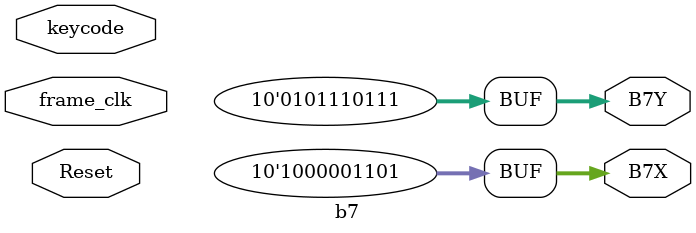
<source format=sv>



module  b7 ( input Reset, frame_clk, input [7:0] keycode,
               output [9:0]  B7X, B7Y);
    
       
    assign B7X = 525;
   
    assign B7Y = 375;
    

endmodule

</source>
